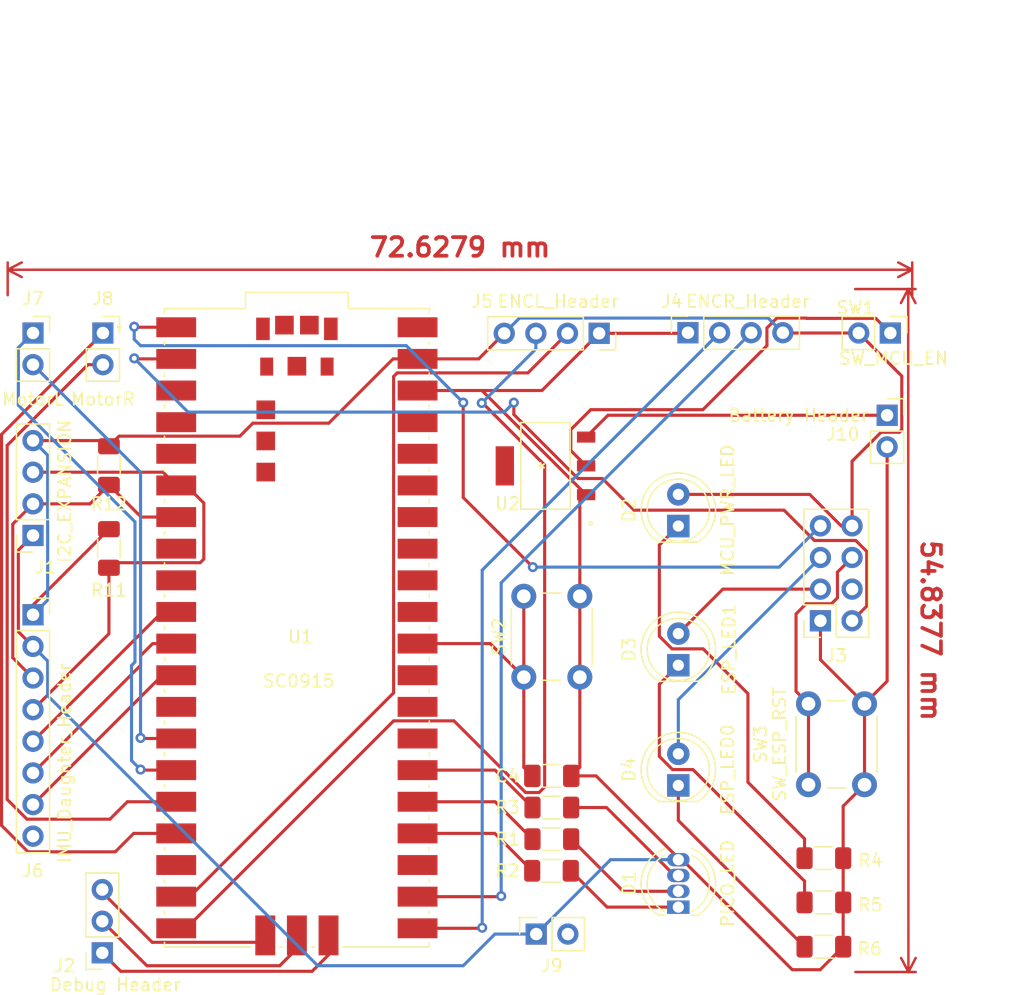
<source format=kicad_pcb>
(kicad_pcb (version 20211014) (generator pcbnew)
  (layers (0 "F.Cu" signal) (31 "B.Cu" signal) (34 "B.Paste" user) (35 "F.Paste" user) (36 "B.SilkS" user "B.Silkscreen") (37 "F.SilkS" user "F.Silkscreen") (38 "B.Mask" user) (39 "F.Mask" user) (44 "Edge.Cuts" user))
  (net 0 "")
  (net 1 "Net-(D1-Pad1)")
  (net 2 "Net-(D1-Pad2)")
  (net 3 "Net-(D2-Pad1)")
  (net 4 "ESP_3.3V")
  (net 5 "Net-(D3-Pad1)")
  (net 6 "ESP_GPIO2")
  (net 7 "Net-(D4-Pad1)")
  (net 8 "ESP_GPIO0")
  (net 9 "SCL")
  (net 10 "SDA")
  (net 11 "Net-(J2-Pad1)")
  (net 12 "Net-(J2-Pad2)")
  (net 13 "Net-(J2-Pad3)")
  (net 14 "ESP_GND")
  (net 15 "ESP_TX")
  (net 16 "ESP_EN")
  (net 17 "ESP_RST")
  (net 18 "ESP_RX")
  (net 19 "Net-(D1-Pad3)")
  (net 20 "Net-(SW1-Pad1)")
  (net 21 "Net-(C4-Pad1)")
  (net 22 "MOTORLA_SIG")
  (net 23 "MOTORLB_SIG")
  (net 24 "MOTORRA_SIG")
  (net 25 "MOTORRB_SIG")
  (net 26 "ENCRB_SIG")
  (net 27 "ENCRA_SIG")
  (net 28 "ENCLB_SIG")
  (net 29 "ENCLA_SIG")
  (net 30 "INT2")
  (net 31 "INT1")
  (net 32 "CSB")
  (net 35 "+7.5V")
  (net 36 "Net-(R1-Pad2)")
  (net 37 "Net-(R2-Pad2)")
  (net 38 "Net-(R3-Pad2)")
  (footprint "Connector_PinHeader_2.54mm:PinHeader_1x02_P2.54mm_Vertical" (layer "F.Cu") (at 199.903 62.992 -90)
    (fp_text reference "SW1" (at -2.032 2.799 -180) (layer "F.SilkS"))
    (fp_text value "SW_MCU_EN" (at 2.032 -0.249) (layer "F.SilkS"))
    (pad "1" thru_hole rect (at 0 0 270) (size 1.7 1.7) (drill 1) (layers *.Cu *.Mask) (net 20 "Net-(SW1-Pad1)"))
    (pad "2" thru_hole oval (at 0 2.54 270) (size 1.7 1.7) (drill 1) (layers *.Cu *.Mask) (net 4 "ESP_3.3V"))
  )
  (footprint "Connector_PinSocket_2.54mm:PinSocket_1x03_P2.54mm_Vertical" (layer "F.Cu") (at 136.627 112.761 180)
    (fp_text reference "J2" (at 3.023 -1.031 180) (layer "F.SilkS"))
    (fp_text value "Debug Header" (at -1.041 -2.555 180) (layer "F.SilkS"))
    (pad "1" thru_hole rect (at 0 0 180) (size 1.7 1.7) (drill 1) (layers *.Cu *.Mask) (net 11 "Net-(J2-Pad1)"))
    (pad "2" thru_hole oval (at 0 2.54 180) (size 1.7 1.7) (drill 1) (layers *.Cu *.Mask) (net 12 "Net-(J2-Pad2)"))
    (pad "3" thru_hole oval (at 0 5.08 180) (size 1.7 1.7) (drill 1) (layers *.Cu *.Mask) (net 13 "Net-(J2-Pad3)"))
  )
  (footprint "Button_Switch_THT:SW_PUSH_6mm_H4.3mm" (layer "F.Cu") (at 197.83 92.762 -90)
    (fp_text reference "SW3" (at 3.25 8.346 -90) (layer "F.SilkS"))
    (fp_text value "SW_ESP_RST" (at 3.25 6.822 90) (layer "F.SilkS"))
    (pad "1" thru_hole circle (at 0 0) (size 2 2) (drill 1.1) (layers *.Cu *.Mask) (net 14 "ESP_GND"))
    (pad "1" thru_hole circle (at 6.5 0) (size 2 2) (drill 1.1) (layers *.Cu *.Mask) (net 14 "ESP_GND"))
    (pad "2" thru_hole circle (at 0 4.5) (size 2 2) (drill 1.1) (layers *.Cu *.Mask) (net 17 "ESP_RST"))
    (pad "2" thru_hole circle (at 6.5 4.5) (size 2 2) (drill 1.1) (layers *.Cu *.Mask) (net 17 "ESP_RST"))
  )
  (footprint "Resistor_SMD:R_1206_3216Metric_Pad1.30x1.75mm_HandSolder" (layer "F.Cu") (at 137.16 80.29 90)
    (fp_text reference "R11" (at -3.35 0) (layer "F.SilkS"))
    (fp_text value "10k")
    (pad "1" smd roundrect (at -1.55 0 90) (size 1.3 1.75) (layers "F.Cu" "F.Paste" "F.Mask") (roundrect_rratio 0.192308) (net 10 "SDA"))
    (pad "2" smd roundrect (at 1.55 0 90) (size 1.3 1.75) (layers "F.Cu" "F.Paste" "F.Mask") (roundrect_rratio 0.192308) (net 4 "ESP_3.3V"))
  )
  (footprint "Regulators:SPX1117M3-L-3-3&slash_TR" (layer "F.Cu") (at 172.212 73.66 90)
    (fp_text reference "U2" (at -3.048 -3.048 180) (layer "F.SilkS"))
    (fp_text value "SPX1117M3-L-3-3" hide)
    (fp_text user "*" (at 0 0 90) (layer "F.SilkS"))
    (pad "1" smd rect (at -2.3114 3.2639 90) (size 0.889 1.4732) (layers "F.Cu" "F.Paste" "F.Mask") (net 14 "ESP_GND"))
    (pad "2" smd rect (at 0 3.2639 90) (size 0.889 1.4732) (layers "F.Cu" "F.Paste" "F.Mask") (net 20 "Net-(SW1-Pad1)"))
    (pad "3" smd rect (at 2.3114 3.2639 90) (size 0.889 1.4732) (layers "F.Cu" "F.Paste" "F.Mask") (net 35 "+7.5V"))
    (pad "4" smd rect (at 0 -3.2639 90) (size 3.1496 1.4732) (layers "F.Cu" "F.Paste" "F.Mask"))
  )
  (footprint "Connector_PinSocket_2.54mm:PinSocket_1x02_P2.54mm_Vertical" (layer "F.Cu") (at 171.47 111.252 90)
    (fp_text reference "J9" (at -2.54 1.25) (layer "F.SilkS"))
    (fp_text value "Buck Input")
    (pad "1" thru_hole rect (at 0 0 90) (size 1.7 1.7) (drill 1) (layers *.Cu *.Mask) (net 14 "ESP_GND"))
    (pad "2" thru_hole oval (at 0 2.54 90) (size 1.7 1.7) (drill 1) (layers *.Cu *.Mask))
  )
  (footprint "Connector_PinSocket_2.54mm:PinSocket_1x04_P2.54mm_Vertical" (layer "F.Cu") (at 131.064 79.248 180)
    (fp_text reference "J1" (at -1.016 -2.54) (layer "F.SilkS"))
    (fp_text value "I2C_EXPANSION" (at -2.54 3.556 90) (layer "F.SilkS"))
    (pad "1" thru_hole rect (at 0 0 180) (size 1.7 1.7) (drill 1) (layers *.Cu *.Mask) (net 14 "ESP_GND"))
    (pad "2" thru_hole oval (at 0 2.54 180) (size 1.7 1.7) (drill 1) (layers *.Cu *.Mask) (net 9 "SCL"))
    (pad "3" thru_hole oval (at 0 5.08 180) (size 1.7 1.7) (drill 1) (layers *.Cu *.Mask) (net 10 "SDA"))
    (pad "4" thru_hole oval (at 0 7.62 180) (size 1.7 1.7) (drill 1) (layers *.Cu *.Mask) (net 4 "ESP_3.3V"))
  )
  (footprint "Resistor_SMD:R_1206_3216Metric_Pad1.30x1.75mm_HandSolder" (layer "F.Cu") (at 194.564 108.712 180)
    (fp_text reference "R5" (at -3.75 -0.2) (layer "F.SilkS"))
    (fp_text value "330")
    (pad "1" smd roundrect (at -1.55 0 180) (size 1.3 1.75) (layers "F.Cu" "F.Paste" "F.Mask") (roundrect_rratio 0.192308) (net 14 "ESP_GND"))
    (pad "2" smd roundrect (at 1.55 0 180) (size 1.3 1.75) (layers "F.Cu" "F.Paste" "F.Mask") (roundrect_rratio 0.192308) (net 5 "Net-(D3-Pad1)"))
  )
  (footprint "Resistor_SMD:R_1206_3216Metric_Pad1.30x1.75mm_HandSolder" (layer "F.Cu") (at 172.72 101.092 180)
    (fp_text reference "R3" (at 3.556 0) (layer "F.SilkS"))
    (fp_text value "330")
    (pad "1" smd roundrect (at -1.55 0 180) (size 1.3 1.75) (layers "F.Cu" "F.Paste" "F.Mask") (roundrect_rratio 0.192308) (net 19 "Net-(D1-Pad3)"))
    (pad "2" smd roundrect (at 1.55 0 180) (size 1.3 1.75) (layers "F.Cu" "F.Paste" "F.Mask") (roundrect_rratio 0.192308) (net 38 "Net-(R3-Pad2)"))
  )
  (footprint "Connector_PinSocket_2.54mm:PinSocket_1x04_P2.54mm_Vertical" (layer "F.Cu") (at 176.52 63.017 -90)
    (fp_text reference "J5" (at -2.565 9.388) (layer "F.SilkS"))
    (fp_text value "ENCL_Header" (at -2.565 3.292) (layer "F.SilkS"))
    (pad "1" thru_hole rect (at 0 0 270) (size 1.7 1.7) (drill 1) (layers *.Cu *.Mask) (net 14 "ESP_GND"))
    (pad "2" thru_hole oval (at 0 2.54 270) (size 1.7 1.7) (drill 1) (layers *.Cu *.Mask) (net 29 "ENCLA_SIG"))
    (pad "3" thru_hole oval (at 0 5.08 270) (size 1.7 1.7) (drill 1) (layers *.Cu *.Mask) (net 28 "ENCLB_SIG"))
    (pad "4" thru_hole oval (at 0 7.62 270) (size 1.7 1.7) (drill 1) (layers *.Cu *.Mask) (net 4 "ESP_3.3V"))
  )
  (footprint "Connector_PinSocket_2.54mm:PinSocket_1x02_P2.54mm_Vertical" (layer "F.Cu") (at 131.064 62.992)
    (fp_text reference "J7" (at 0 -2.77) (layer "F.SilkS"))
    (fp_text value "MotorL" (at 0 5.31) (layer "F.SilkS"))
    (pad "1" thru_hole rect (at 0 0) (size 1.7 1.7) (drill 1) (layers *.Cu *.Mask) (net 23 "MOTORLB_SIG"))
    (pad "2" thru_hole oval (at 0 2.54) (size 1.7 1.7) (drill 1) (layers *.Cu *.Mask) (net 22 "MOTORLA_SIG"))
  )
  (footprint "Resistor_SMD:R_1206_3216Metric_Pad1.30x1.75mm_HandSolder" (layer "F.Cu") (at 172.694 106.172 180)
    (fp_text reference "R2" (at 3.53 0) (layer "F.SilkS"))
    (fp_text value "330")
    (pad "1" smd roundrect (at -1.55 0 180) (size 1.3 1.75) (layers "F.Cu" "F.Paste" "F.Mask") (roundrect_rratio 0.192308) (net 1 "Net-(D1-Pad1)"))
    (pad "2" smd roundrect (at 1.55 0 180) (size 1.3 1.75) (layers "F.Cu" "F.Paste" "F.Mask") (roundrect_rratio 0.192308) (net 37 "Net-(R2-Pad2)"))
  )
  (footprint "Connector_PinSocket_2.54mm:PinSocket_1x02_P2.54mm_Vertical" (layer "F.Cu") (at 136.677 62.992)
    (fp_text reference "J8" (at 0 -2.77) (layer "F.SilkS"))
    (fp_text value "MotorR" (at 0 5.31) (layer "F.SilkS"))
    (pad "1" thru_hole rect (at 0 0) (size 1.7 1.7) (drill 1) (layers *.Cu *.Mask) (net 25 "MOTORRB_SIG"))
    (pad "2" thru_hole oval (at 0 2.54) (size 1.7 1.7) (drill 1) (layers *.Cu *.Mask) (net 24 "MOTORRA_SIG"))
  )
  (footprint "Connector_PinSocket_2.54mm:PinSocket_1x08_P2.54mm_Vertical" (layer "F.Cu") (at 131.064 85.613)
    (fp_text reference "J6" (at 0 20.559) (layer "F.SilkS"))
    (fp_text value "IMU_Daughter_Header" (at 2.54 11.923 90) (layer "F.SilkS"))
    (pad "1" thru_hole rect (at 0 0) (size 1.7 1.7) (drill 1) (layers *.Cu *.Mask) (net 4 "ESP_3.3V"))
    (pad "2" thru_hole oval (at 0 2.54) (size 1.7 1.7) (drill 1) (layers *.Cu *.Mask) (net 14 "ESP_GND"))
    (pad "3" thru_hole oval (at 0 5.08) (size 1.7 1.7) (drill 1) (layers *.Cu *.Mask) (net 9 "SCL"))
    (pad "4" thru_hole oval (at 0 7.62) (size 1.7 1.7) (drill 1) (layers *.Cu *.Mask) (net 10 "SDA"))
    (pad "5" thru_hole oval (at 0 10.16) (size 1.7 1.7) (drill 1) (layers *.Cu *.Mask) (net 32 "CSB"))
    (pad "6" thru_hole oval (at 0 12.7) (size 1.7 1.7) (drill 1) (layers *.Cu *.Mask) (net 31 "INT1"))
    (pad "7" thru_hole oval (at 0 15.24) (size 1.7 1.7) (drill 1) (layers *.Cu *.Mask) (net 30 "INT2"))
    (pad "8" thru_hole oval (at 0 17.78) (size 1.7 1.7) (drill 1) (layers *.Cu *.Mask))
  )
  (footprint "Resistor_SMD:R_1206_3216Metric_Pad1.30x1.75mm_HandSolder" (layer "F.Cu") (at 172.72 103.632 180)
    (fp_text reference "R1" (at 3.556 0) (layer "F.SilkS"))
    (fp_text value "330")
    (pad "1" smd roundrect (at -1.55 0 180) (size 1.3 1.75) (layers "F.Cu" "F.Paste" "F.Mask") (roundrect_rratio 0.192308) (net 2 "Net-(D1-Pad2)"))
    (pad "2" smd roundrect (at 1.55 0 180) (size 1.3 1.75) (layers "F.Cu" "F.Paste" "F.Mask") (roundrect_rratio 0.192308) (net 36 "Net-(R1-Pad2)"))
  )
  (footprint "LED_THT:LED_D5.0mm" (layer "F.Cu") (at 182.88 99.319 90)
    (fp_text reference "D4" (at 1.27 -3.96 90) (layer "F.SilkS"))
    (fp_text value "ESP_LED0" (at 1.27 3.96 90) (layer "F.SilkS"))
    (pad "1" thru_hole rect (at 0 0 90) (size 1.8 1.8) (drill 0.9) (layers *.Cu *.Mask) (net 7 "Net-(D4-Pad1)"))
    (pad "2" thru_hole circle (at 2.54 0 90) (size 1.8 1.8) (drill 0.9) (layers *.Cu *.Mask) (net 8 "ESP_GPIO0"))
  )
  (footprint "Connector_PinSocket_2.54mm:PinSocket_1x02_P2.54mm_Vertical" (layer "F.Cu") (at 199.644 69.596)
    (fp_text reference "J10" (at -3.556 1.524 180) (layer "F.SilkS"))
    (fp_text value "Battery Header" (at -7.112 0 180) (layer "F.SilkS"))
    (pad "1" thru_hole rect (at 0 0) (size 1.7 1.7) (drill 1) (layers *.Cu *.Mask) (net 35 "+7.5V"))
    (pad "2" thru_hole oval (at 0 2.54) (size 1.7 1.7) (drill 1) (layers *.Cu *.Mask) (net 14 "ESP_GND"))
  )
  (footprint "Connector_PinSocket_2.54mm:PinSocket_1x04_P2.54mm_Vertical" (layer "F.Cu") (at 183.652 62.967 90)
    (fp_text reference "J4" (at 2.515 -1.28 180) (layer "F.SilkS"))
    (fp_text value "ENCR_Header" (at 2.515 4.816) (layer "F.SilkS"))
    (pad "1" thru_hole rect (at 0 0 90) (size 1.7 1.7) (drill 1) (layers *.Cu *.Mask) (net 14 "ESP_GND"))
    (pad "2" thru_hole oval (at 0 2.54 90) (size 1.7 1.7) (drill 1) (layers *.Cu *.Mask) (net 27 "ENCRA_SIG"))
    (pad "3" thru_hole oval (at 0 5.08 90) (size 1.7 1.7) (drill 1) (layers *.Cu *.Mask) (net 26 "ENCRB_SIG"))
    (pad "4" thru_hole oval (at 0 7.62 90) (size 1.7 1.7) (drill 1) (layers *.Cu *.Mask) (net 4 "ESP_3.3V"))
  )
  (footprint "MCUs:SC0915" (layer "F.Cu") (at 152.25262 86.65843)
    (fp_text reference "U1" (at 0.28738 0.73357) (layer "F.SilkS"))
    (fp_text value "SC0915" (at 0.14738 4.27357) (layer "F.SilkS"))
    (pad "1" smd rect locked (at -9.6901 -24.13) (size 3.2004 1.6002) (layers "F.Cu" "F.Paste" "F.Mask") (net 18 "ESP_RX"))
    (pad "2" smd rect locked (at -9.6901 -21.59) (size 3.2004 1.6002) (layers "F.Cu" "F.Paste" "F.Mask") (net 15 "ESP_TX"))
    (pad "3" smd rect locked (at -9.6901 -19.05) (size 3.2004 1.6002) (layers "F.Cu" "F.Paste" "F.Mask"))
    (pad "4" smd rect locked (at -9.6901 -16.51) (size 3.2004 1.6002) (layers "F.Cu" "F.Paste" "F.Mask"))
    (pad "5" smd rect locked (at -9.6901 -13.97) (size 3.2004 1.6002) (layers "F.Cu" "F.Paste" "F.Mask"))
    (pad "6" smd rect locked (at -9.6901 -11.43) (size 3.2004 1.6002) (layers "F.Cu" "F.Paste" "F.Mask") (net 10 "SDA"))
    (pad "7" smd rect locked (at -9.6901 -8.89) (size 3.2004 1.6002) (layers "F.Cu" "F.Paste" "F.Mask") (net 9 "SCL"))
    (pad "8" smd rect locked (at -9.6901 -6.35) (size 3.2004 1.6002) (layers "F.Cu" "F.Paste" "F.Mask"))
    (pad "9" smd rect locked (at -9.6901 -3.81) (size 3.2004 1.6002) (layers "F.Cu" "F.Paste" "F.Mask"))
    (pad "10" smd rect locked (at -9.6901 -1.27) (size 3.2004 1.6002) (layers "F.Cu" "F.Paste" "F.Mask") (net 32 "CSB"))
    (pad "11" smd rect locked (at -9.6901 1.27) (size 3.2004 1.6002) (layers "F.Cu" "F.Paste" "F.Mask") (net 31 "INT1"))
    (pad "12" smd rect locked (at -9.6901 3.81) (size 3.2004 1.6002) (layers "F.Cu" "F.Paste" "F.Mask") (net 30 "INT2"))
    (pad "13" smd rect locked (at -9.6901 6.35) (size 3.2004 1.6002) (layers "F.Cu" "F.Paste" "F.Mask"))
    (pad "14" smd rect locked (at -9.6901 8.89) (size 3.2004 1.6002) (layers "F.Cu" "F.Paste" "F.Mask") (net 22 "MOTORLA_SIG"))
    (pad "15" smd rect locked (at -9.6901 11.43) (size 3.2004 1.6002) (layers "F.Cu" "F.Paste" "F.Mask") (net 23 "MOTORLB_SIG"))
    (pad "16" smd rect locked (at -9.6901 13.97) (size 3.2004 1.6002) (layers "F.Cu" "F.Paste" "F.Mask") (net 24 "MOTORRA_SIG"))
    (pad "17" smd rect locked (at -9.6901 16.51) (size 3.2004 1.6002) (layers "F.Cu" "F.Paste" "F.Mask") (net 25 "MOTORRB_SIG"))
    (pad "18" smd rect locked (at -9.6901 19.05) (size 3.2004 1.6002) (layers "F.Cu" "F.Paste" "F.Mask"))
    (pad "19" smd rect locked (at -9.6901 21.59) (size 3.2004 1.6002) (layers "F.Cu" "F.Paste" "F.Mask") (net 29 "ENCLA_SIG"))
    (pad "20" smd rect locked (at -9.6901 24.13) (size 3.2004 1.6002) (layers "F.Cu" "F.Paste" "F.Mask") (net 28 "ENCLB_SIG"))
    (pad "21" smd rect locked (at 9.6901 24.13) (size 3.2004 1.6002) (layers "F.Cu" "F.Paste" "F.Mask") (net 27 "ENCRA_SIG"))
    (pad "22" smd rect locked (at 9.6901 21.59) (size 3.2004 1.6002) (layers "F.Cu" "F.Paste" "F.Mask") (net 26 "ENCRB_SIG"))
    (pad "23" smd rect locked (at 9.6901 19.05) (size 3.2004 1.6002) (layers "F.Cu" "F.Paste" "F.Mask"))
    (pad "24" smd rect locked (at 9.6901 16.51) (size 3.2004 1.6002) (layers "F.Cu" "F.Paste" "F.Mask") (net 37 "Net-(R2-Pad2)"))
    (pad "25" smd rect locked (at 9.6901 13.97) (size 3.2004 1.6002) (layers "F.Cu" "F.Paste" "F.Mask") (net 36 "Net-(R1-Pad2)"))
    (pad "26" smd rect locked (at 9.6901 11.43) (size 3.2004 1.6002) (layers "F.Cu" "F.Paste" "F.Mask") (net 38 "Net-(R3-Pad2)"))
    (pad "27" smd rect locked (at 9.6901 8.89) (size 3.2004 1.6002) (layers "F.Cu" "F.Paste" "F.Mask"))
    (pad "28" smd rect locked (at 9.6901 6.35) (size 3.2004 1.6002) (layers "F.Cu" "F.Paste" "F.Mask"))
    (pad "29" smd rect locked (at 9.6901 3.81) (size 3.2004 1.6002) (layers "F.Cu" "F.Paste" "F.Mask"))
    (pad "30" smd rect locked (at 9.6901 1.27) (size 3.2004 1.6002) (layers "F.Cu" "F.Paste" "F.Mask") (net 21 "Net-(C4-Pad1)"))
    (pad "31" smd rect locked (at 9.6901 -1.27) (size 3.2004 1.6002) (layers "F.Cu" "F.Paste" "F.Mask"))
    (pad "32" smd rect locked (at 9.6901 -3.81) (size 3.2004 1.6002) (layers "F.Cu" "F.Paste" "F.Mask"))
    (pad "33" smd rect locked (at 9.6901 -6.35) (size 3.2004 1.6002) (layers "F.Cu" "F.Paste" "F.Mask"))
    (pad "34" smd rect locked (at 9.6901 -8.89) (size 3.2004 1.6002) (layers "F.Cu" "F.Paste" "F.Mask"))
    (pad "35" smd rect locked (at 9.6901 -11.43) (size 3.2004 1.6002) (layers "F.Cu" "F.Paste" "F.Mask"))
    (pad "36" smd rect locked (at 9.6901 -13.97) (size 3.2004 1.6002) (layers "F.Cu" "F.Paste" "F.Mask"))
    (pad "37" smd rect locked (at 9.6901 -16.51) (size 3.2004 1.6002) (layers "F.Cu" "F.Paste" "F.Mask"))
    (pad "38" smd rect locked (at 9.6901 -19.05) (size 3.2004 1.6002) (layers "F.Cu" "F.Paste" "F.Mask") (net 14 "ESP_GND"))
    (pad "39" smd rect locked (at 9.6901 -21.59) (size 3.2004 1.6002) (layers "F.Cu" "F.Paste" "F.Mask") (net 4 "ESP_3.3V"))
    (pad "40" smd rect locked (at 9.6901 -24.13) (size 3.2004 1.6002) (layers "F.Cu" "F.Paste" "F.Mask"))
    (pad "A" smd rect locked (at -2.72542 -24.00046) (size 1.0922 1.8034) (layers "F.Cu" "F.Paste" "F.Mask"))
    (pad "B" smd rect locked (at 2.72542 -24.00046) (size 1.0922 1.8034) (layers "F.Cu" "F.Paste" "F.Mask"))
    (pad "C" smd rect locked (at -2.4257 -20.97024) (size 1.0414 1.4478) (layers "F.Cu" "F.Paste" "F.Mask"))
    (pad "D" smd rect locked (at 2.4257 -20.97024) (size 1.0414 1.4478) (layers "F.Cu" "F.Paste" "F.Mask"))
    (pad "D1" smd rect locked (at -2.54 24.69896 90) (size 3.2004 1.6002) (layers "F.Cu" "F.Paste" "F.Mask") (net 13 "Net-(J2-Pad3)"))
    (pad "D2" smd rect locked (at 0 24.69896 90) (size 3.2004 1.6002) (layers "F.Cu" "F.Paste" "F.Mask") (net 12 "Net-(J2-Pad2)"))
    (pad "D3" smd rect locked (at 2.54 24.69896 90) (size 3.2004 1.6002) (layers "F.Cu" "F.Paste" "F.Mask") (net 11 "Net-(J2-Pad1)"))
    (pad "TP1" smd rect locked (at 0 -21.00072) (size 1.4986 1.4986) (layers "F.Cu" "F.Paste" "F.Mask"))
    (pad "TP2" smd rect locked (at 1.00076 -24.30018) (size 1.4986 1.4986) (layers "F.Cu" "F.Paste" "F.Mask"))
    (pad "TP3" smd rect locked (at -1.00076 -24.30018) (size 1.4986 1.4986) (layers "F.Cu" "F.Paste" "F.Mask"))
    (pad "TP4" smd rect locked (at -2.49936 -17.5006) (size 1.4986 1.4986) (layers "F.Cu" "F.Paste" "F.Mask"))
    (pad "TP5" smd rect locked (at -2.49936 -15.00124) (size 1.4986 1.4986) (layers "F.Cu" "F.Paste" "F.Mask"))
    (pad "TP6" smd rect locked (at -2.49936 -12.50188) (size 1.4986 1.4986) (layers "F.Cu" "F.Paste" "F.Mask"))
  )
  (footprint "Resistor_SMD:R_1206_3216Metric_Pad1.30x1.75mm_HandSolder" (layer "F.Cu") (at 194.564 112.268 180)
    (fp_text reference "R6" (at -3.68 -0.16) (layer "F.SilkS"))
    (fp_text value "330")
    (pad "1" smd roundrect (at -1.55 0 180) (size 1.3 1.75) (layers "F.Cu" "F.Paste" "F.Mask") (roundrect_rratio 0.192308) (net 14 "ESP_GND"))
    (pad "2" smd roundrect (at 1.55 0 180) (size 1.3 1.75) (layers "F.Cu" "F.Paste" "F.Mask") (roundrect_rratio 0.192308) (net 7 "Net-(D4-Pad1)"))
  )
  (footprint "Resistor_SMD:R_1206_3216Metric_Pad1.30x1.75mm_HandSolder" (layer "F.Cu") (at 194.564 105.156 180)
    (fp_text reference "R4" (at -3.75 -0.2) (layer "F.SilkS"))
    (fp_text value "330")
    (pad "1" smd roundrect (at -1.55 0 180) (size 1.3 1.75) (layers "F.Cu" "F.Paste" "F.Mask") (roundrect_rratio 0.192308) (net 14 "ESP_GND"))
    (pad "2" smd roundrect (at 1.55 0 180) (size 1.3 1.75) (layers "F.Cu" "F.Paste" "F.Mask") (roundrect_rratio 0.192308) (net 3 "Net-(D2-Pad1)"))
  )
  (footprint "Connector_PinSocket_2.54mm:PinSocket_2x04_P2.54mm_Vertical" (layer "F.Cu") (at 194.29 86.096 180)
    (fp_text reference "J3" (at -1.29 -2.804) (layer "F.SilkS"))
    (fp_text value "ESP_Header" hide)
    (pad "1" thru_hole rect (at 0 0 180) (size 1.7 1.7) (drill 1) (layers *.Cu *.Mask) (net 14 "ESP_GND"))
    (pad "2" thru_hole oval (at -2.54 0 180) (size 1.7 1.7) (drill 1) (layers *.Cu *.Mask) (net 15 "ESP_TX"))
    (pad "3" thru_hole oval (at 0 2.54 180) (size 1.7 1.7) (drill 1) (layers *.Cu *.Mask) (net 6 "ESP_GPIO2"))
    (pad "4" thru_hole oval (at -2.54 2.54 180) (size 1.7 1.7) (drill 1) (layers *.Cu *.Mask) (net 16 "ESP_EN"))
    (pad "5" thru_hole oval (at 0 5.08 180) (size 1.7 1.7) (drill 1) (layers *.Cu *.Mask) (net 8 "ESP_GPIO0"))
    (pad "6" thru_hole oval (at -2.54 5.08 180) (size 1.7 1.7) (drill 1) (layers *.Cu *.Mask) (net 17 "ESP_RST"))
    (pad "7" thru_hole oval (at 0 7.62 180) (size 1.7 1.7) (drill 1) (layers *.Cu *.Mask) (net 18 "ESP_RX"))
    (pad "8" thru_hole oval (at -2.54 7.62 180) (size 1.7 1.7) (drill 1) (layers *.Cu *.Mask) (net 4 "ESP_3.3V"))
  )
  (footprint "LED_THT:LED_D5.0mm-4_RGB" (layer "F.Cu") (at 182.88 109.088 90)
    (fp_text reference "D1" (at 1.905 -3.96 90) (layer "F.SilkS"))
    (fp_text value "PICO_LED" (at 1.905 3.96 90) (layer "F.SilkS"))
    (pad "1" thru_hole rect (at 0 0 90) (size 1.07 1.8) (drill 0.9) (layers *.Cu *.Mask) (net 1 "Net-(D1-Pad1)"))
    (pad "2" thru_hole oval (at 1.27 0 90) (size 1.07 1.8) (drill 0.9) (layers *.Cu *.Mask) (net 2 "Net-(D1-Pad2)"))
    (pad "3" thru_hole oval (at 2.54 0 90) (size 1.07 1.8) (drill 0.9) (layers *.Cu *.Mask) (net 19 "Net-(D1-Pad3)"))
    (pad "4" thru_hole oval (at 3.81 0 90) (size 1.07 1.8) (drill 0.9) (layers *.Cu *.Mask) (net 14 "ESP_GND"))
  )
  (footprint "Resistor_SMD:R_1206_3216Metric_Pad1.30x1.75mm_HandSolder" (layer "F.Cu") (at 137.16 73.634 90)
    (fp_text reference "R12" (at -3.074 0) (layer "F.SilkS"))
    (fp_text value "10k")
    (pad "1" smd roundrect (at -1.55 0 90) (size 1.3 1.75) (layers "F.Cu" "F.Paste" "F.Mask") (roundrect_rratio 0.192308) (net 9 "SCL"))
    (pad "2" smd roundrect (at 1.55 0 90) (size 1.3 1.75) (layers "F.Cu" "F.Paste" "F.Mask") (roundrect_rratio 0.192308) (net 4 "ESP_3.3V"))
  )
  (footprint "Button_Switch_THT:SW_PUSH_6mm_H4.3mm" (layer "F.Cu") (at 170.47 90.626 90)
    (fp_text reference "SW2" (at 3.25 -2 90) (layer "F.SilkS"))
    (fp_text value "SW_PICO_RST")
    (pad "1" thru_hole circle (at 0 0 180) (size 2 2) (drill 1.1) (layers *.Cu *.Mask) (net 21 "Net-(C4-Pad1)"))
    (pad "1" thru_hole circle (at 6.5 0 180) (size 2 2) (drill 1.1) (layers *.Cu *.Mask) (net 21 "Net-(C4-Pad1)"))
    (pad "2" thru_hole circle (at 0 4.5 180) (size 2 2) (drill 1.1) (layers *.Cu *.Mask) (net 14 "ESP_GND"))
    (pad "2" thru_hole circle (at 6.5 4.5 180) (size 2 2) (drill 1.1) (layers *.Cu *.Mask) (net 14 "ESP_GND"))
  )
  (footprint "LED_THT:LED_D5.0mm" (layer "F.Cu") (at 182.88 78.491 90)
    (fp_text reference "D2" (at 1.27 -3.96 90) (layer "F.SilkS"))
    (fp_text value "MCU_PWR_LED" (at 1.27 3.96 90) (layer "F.SilkS"))
    (pad "1" thru_hole rect (at 0 0 90) (size 1.8 1.8) (drill 0.9) (layers *.Cu *.Mask) (net 3 "Net-(D2-Pad1)"))
    (pad "2" thru_hole circle (at 2.54 0 90) (size 1.8 1.8) (drill 0.9) (layers *.Cu *.Mask) (net 4 "ESP_3.3V"))
  )
  (footprint "LED_THT:LED_D5.0mm" (layer "F.Cu") (at 182.88 89.667 90)
    (fp_text reference "D3" (at 1.27 -3.96 90) (layer "F.SilkS"))
    (fp_text value "ESP_LED1" (at 1.275 4.064 90) (layer "F.SilkS"))
    (pad "1" thru_hole rect (at 0 0 90) (size 1.8 1.8) (drill 0.9) (layers *.Cu *.Mask) (net 5 "Net-(D3-Pad1)"))
    (pad "2" thru_hole circle (at 2.54 0 90) (size 1.8 1.8) (drill 0.9) (layers *.Cu *.Mask) (net 6 "ESP_GPIO2"))
  )
  (footprint "Capacitor_SMD:C_1206_3216Metric_Pad1.33x1.80mm_HandSolder" (layer "F.Cu") (at 172.72 98.552)
    (fp_text reference "C4" (at -3.556 0) (layer "F.SilkS"))
    (fp_text value "1uF")
    (pad "1" smd roundrect (at -1.5625 0) (size 1.325 1.8) (layers "F.Cu" "F.Paste" "F.Mask") (roundrect_rratio 0.188679) (net 21 "Net-(C4-Pad1)"))
    (pad "2" smd roundrect (at 1.5625 0) (size 1.325 1.8) (layers "F.Cu" "F.Paste" "F.Mask") (roundrect_rratio 0.188679) (net 14 "ESP_GND"))
  )
  (dimension (type aligned) (layer "F.Cu") (pts (xy 196.579992 59.462345) (xy 196.596 114.3)) (height -4.75608) (gr_text "54.8377 mm" (at 203.144076 86.879259 270.0167256) (layer "F.Cu") (effects (font (size 1.5 1.5) (thickness 0.3)))) (format (units 3) (units_format 1) (precision 4)) (style (thickness 0.2) (arrow_length 1.27) (text_position_mode 0) (extension_height 0.58642) (extension_offset 0.5) keep_text_aligned))
  (dimension (type aligned) (layer "F.Cu") (pts (xy 129.032 60.452) (xy 201.659924 60.451949)) (height -2.54) (gr_text "72.6279 mm" (at 165.345959 56.111975 3.944473169e-05) (layer "F.Cu") (effects (font (size 1.5 1.5) (thickness 0.3)))) (format (units 3) (units_format 1) (precision 4)) (style (thickness 0.2) (arrow_length 1.27) (text_position_mode 0) (extension_height 0.58642) (extension_offset 0.5) keep_text_aligned))
  (segment (start 177.16 109.088) (end 182.88 109.088) (width 0.25) (layer "F.Cu") (net 1))
  (segment (start 174.244 106.172) (end 177.16 109.088) (width 0.25) (layer "F.Cu") (net 1))
  (segment (start 178.456 107.818) (end 174.27 103.632) (width 0.25) (layer "F.Cu") (net 2))
  (segment (start 182.88 107.818) (end 178.456 107.818) (width 0.25) (layer "F.Cu") (net 2))
  (segment (start 188.468 91.948) (end 184.872 88.352) (width 0.25) (layer "F.Cu") (net 3))
  (segment (start 188.468 99.06) (end 188.468 91.948) (width 0.25) (layer "F.Cu") (net 3))
  (segment (start 193.014 105.156) (end 193.014 103.606) (width 0.25) (layer "F.Cu") (net 3))
  (segment (start 182.372588 88.352) (end 181.356 87.335412) (width 0.25) (layer "F.Cu") (net 3))
  (segment (start 181.356 87.335412) (end 181.356 80.015) (width 0.25) (layer "F.Cu") (net 3))
  (segment (start 184.872 88.352) (end 182.372588 88.352) (width 0.25) (layer "F.Cu") (net 3))
  (segment (start 181.356 80.015) (end 182.88 78.491) (width 0.25) (layer "F.Cu") (net 3))
  (segment (start 193.014 103.606) (end 188.468 99.06) (width 0.25) (layer "F.Cu") (net 3))
  (segment (start 147.67447 71.27353) (end 148.71587 70.23213) (width 0.25) (layer "F.Cu") (net 4))
  (segment (start 196.83 73.288299) (end 199.157299 70.961) (width 0.25) (layer "F.Cu") (net 4))
  (segment (start 196.83 78.476) (end 196.83 73.288299) (width 0.25) (layer "F.Cu") (net 4))
  (segment (start 136.704 71.628) (end 137.16 72.084) (width 0.25) (layer "F.Cu") (net 4))
  (segment (start 159.97557 65.06843) (end 161.94272 65.06843) (width 0.25) (layer "F.Cu") (net 4))
  (segment (start 137.16 72.084) (end 137.97047 71.27353) (width 0.25) (layer "F.Cu") (net 4))
  (segment (start 154.81187 70.23213) (end 159.97557 65.06843) (width 0.25) (layer "F.Cu") (net 4))
  (segment (start 195.951701 78.476) (end 193.426701 75.951) (width 0.25) (layer "F.Cu") (net 4))
  (segment (start 197.363 62.992) (end 191.297 62.992) (width 0.25) (layer "F.Cu") (net 4))
  (segment (start 196.83 78.476) (end 195.951701 78.476) (width 0.25) (layer "F.Cu") (net 4))
  (segment (start 193.426701 75.951) (end 182.88 75.951) (width 0.25) (layer "F.Cu") (net 4))
  (segment (start 166.84857 65.06843) (end 161.94272 65.06843) (width 0.25) (layer "F.Cu") (net 4))
  (segment (start 200.819 70.771) (end 200.819 66.448) (width 0.25) (layer "F.Cu") (net 4))
  (segment (start 199.157299 70.961) (end 200.629 70.961) (width 0.25) (layer "F.Cu") (net 4))
  (segment (start 131.064 71.628) (end 136.704 71.628) (width 0.25) (layer "F.Cu") (net 4))
  (segment (start 168.9 63.017) (end 166.84857 65.06843) (width 0.25) (layer "F.Cu") (net 4))
  (segment (start 200.819 66.448) (end 197.363 62.992) (width 0.25) (layer "F.Cu") (net 4))
  (segment (start 137.97047 71.27353) (end 147.67447 71.27353) (width 0.25) (layer "F.Cu") (net 4))
  (segment (start 200.629 70.961) (end 200.819 70.771) (width 0.25) (layer "F.Cu") (net 4))
  (segment (start 191.297 62.992) (end 191.272 62.967) (width 0.25) (layer "F.Cu") (net 4))
  (segment (start 131.064 84.836) (end 137.16 78.74) (width 0.25) (layer "F.Cu") (net 4))
  (segment (start 131.064 85.613) (end 131.064 84.836) (width 0.25) (layer "F.Cu") (net 4))
  (segment (start 148.71587 70.23213) (end 154.81187 70.23213) (width 0.25) (layer "F.Cu") (net 4))
  (segment (start 132.239 72.803) (end 132.239 84.438) (width 0.25) (layer "B.Cu") (net 4))
  (segment (start 191.272 62.967) (end 190.097 61.792) (width 0.25) (layer "B.Cu") (net 4))
  (segment (start 131.064 71.628) (end 132.239 72.803) (width 0.25) (layer "B.Cu") (net 4))
  (segment (start 170.125 61.792) (end 168.9 63.017) (width 0.25) (layer "B.Cu") (net 4))
  (segment (start 132.239 84.438) (end 131.064 85.613) (width 0.25) (layer "B.Cu") (net 4))
  (segment (start 190.097 61.792) (end 170.125 61.792) (width 0.25) (layer "B.Cu") (net 4))
  (segment (start 184.055 98.044) (end 182.412588 98.044) (width 0.25) (layer "F.Cu") (net 5))
  (segment (start 193.014 108.712) (end 193.014 107.003) (width 0.25) (layer "F.Cu") (net 5))
  (segment (start 182.412588 98.044) (end 181.356 96.987412) (width 0.25) (layer "F.Cu") (net 5))
  (segment (start 193.014 107.003) (end 184.055 98.044) (width 0.25) (layer "F.Cu") (net 5))
  (segment (start 181.356 96.987412) (end 181.356 91.191) (width 0.25) (layer "F.Cu") (net 5))
  (segment (start 181.356 91.191) (end 182.88 89.667) (width 0.25) (layer "F.Cu") (net 5))
  (segment (start 186.451 83.556) (end 182.88 87.127) (width 0.25) (layer "F.Cu") (net 6))
  (segment (start 194.29 83.556) (end 186.451 83.556) (width 0.25) (layer "F.Cu") (net 6))
  (segment (start 193.014 112.268) (end 182.88 102.134) (width 0.25) (layer "F.Cu") (net 7))
  (segment (start 182.88 102.134) (end 182.88 99.319) (width 0.25) (layer "F.Cu") (net 7))
  (segment (start 182.88 96.779) (end 182.88 92.426) (width 0.25) (layer "B.Cu") (net 8))
  (segment (start 182.88 92.426) (end 194.29 81.016) (width 0.25) (layer "B.Cu") (net 8))
  (segment (start 131.064 90.693) (end 129.439 89.068) (width 0.25) (layer "F.Cu") (net 9))
  (segment (start 131.064 76.708) (end 135.636 76.708) (width 0.25) (layer "F.Cu") (net 9))
  (segment (start 137.16 75.184) (end 139.74443 77.76843) (width 0.25) (layer "F.Cu") (net 9))
  (segment (start 139.74443 77.76843) (end 142.56252 77.76843) (width 0.25) (layer "F.Cu") (net 9))
  (segment (start 135.636 76.708) (end 137.16 75.184) (width 0.25) (layer "F.Cu") (net 9))
  (segment (start 129.439 78.333) (end 131.064 76.708) (width 0.25) (layer "F.Cu") (net 9))
  (segment (start 129.439 89.068) (end 129.439 78.333) (width 0.25) (layer "F.Cu") (net 9))
  (segment (start 137.56647 81.43353) (end 144.48772 81.43353) (width 0.25) (layer "F.Cu") (net 10))
  (segment (start 141.50209 74.168) (end 142.56252 75.22843) (width 0.25) (layer "F.Cu") (net 10))
  (segment (start 137.16 87.137) (end 137.16 81.84) (width 0.25) (layer "F.Cu") (net 10))
  (segment (start 144.78 81.14125) (end 144.78 76.64581) (width 0.25) (layer "F.Cu") (net 10))
  (segment (start 144.78 76.64581) (end 143.36262 75.22843) (width 0.25) (layer "F.Cu") (net 10))
  (segment (start 131.064 93.233) (end 137.16 87.137) (width 0.25) (layer "F.Cu") (net 10))
  (segment (start 131.064 74.168) (end 141.50209 74.168) (width 0.25) (layer "F.Cu") (net 10))
  (segment (start 144.48772 81.43353) (end 144.78 81.14125) (width 0.25) (layer "F.Cu") (net 10))
  (segment (start 143.36262 75.22843) (end 142.56252 75.22843) (width 0.25) (layer "F.Cu") (net 10))
  (segment (start 137.16 81.84) (end 137.56647 81.43353) (width 0.25) (layer "F.Cu") (net 10))
  (segment (start 153.474 114.242) (end 154.79262 112.92338) (width 0.25) (layer "F.Cu") (net 11))
  (segment (start 136.627 112.761) (end 138.108 114.242) (width 0.25) (layer "F.Cu") (net 11))
  (segment (start 154.79262 112.92338) (end 154.79262 111.35739) (width 0.25) (layer "F.Cu") (net 11))
  (segment (start 138.108 114.242) (end 153.474 114.242) (width 0.25) (layer "F.Cu") (net 11))
  (segment (start 139.69859 113.28259) (end 140.208 113.792) (width 0.25) (layer "F.Cu") (net 12))
  (segment (start 150.876 113.792) (end 151.892 112.776) (width 0.25) (layer "F.Cu") (net 12))
  (segment (start 140.208 113.792) (end 150.876 113.792) (width 0.25) (layer "F.Cu") (net 12))
  (segment (start 136.627 110.221) (end 139.68859 113.28259) (width 0.25) (layer "F.Cu") (net 12))
  (segment (start 139.68859 113.28259) (end 139.69859 113.28259) (width 0.25) (layer "F.Cu") (net 12))
  (segment (start 149.15648 111.91353) (end 149.71262 111.35739) (width 0.25) (layer "F.Cu") (net 13))
  (segment (start 136.627 107.681) (end 136.627 107.90321) (width 0.25) (layer "F.Cu") (net 13))
  (segment (start 140.63732 111.91353) (end 149.15648 111.91353) (width 0.25) (layer "F.Cu") (net 13))
  (segment (start 136.627 107.90321) (end 140.63732 111.91353) (width 0.25) (layer "F.Cu") (net 13))
  (segment (start 174.97 97.8645) (end 174.97 90.626) (width 0.25) (layer "F.Cu") (net 14))
  (segment (start 196.114 105.156) (end 196.114 108.712) (width 0.25) (layer "F.Cu") (net 14))
  (segment (start 176.52 63.017) (end 183.602 63.017) (width 0.25) (layer "F.Cu") (net 14))
  (segment (start 182.88 105.278) (end 183.191224 105.278) (width 0.25) (layer "F.Cu") (net 14))
  (segment (start 161.94272 67.60843) (end 167.11293 67.60843) (width 0.25) (layer "F.Cu") (net 14))
  (segment (start 196.114 100.978) (end 197.83 99.262) (width 0.25) (layer "F.Cu") (net 14))
  (segment (start 167.11293 67.60843) (end 175.4759 75.9714) (width 0.25) (layer "F.Cu") (net 14))
  (segment (start 196.114 112.268) (end 196.114 108.712) (width 0.25) (layer "F.Cu") (net 14))
  (segment (start 192.024 114.110776) (end 194.271224 114.110776) (width 0.25) (layer "F.Cu") (net 14))
  (segment (start 174.97 76.4773) (end 175.4759 75.9714) (width 0.25) (layer "F.Cu") (net 14))
  (segment (start 131.064 88.153) (end 129.889 86.978) (width 0.25) (layer "F.Cu") (net 14))
  (segment (start 174.97 90.626) (end 174.97 84.126) (width 0.25) (layer "F.Cu") (net 14))
  (segment (start 183.191224 105.278) (end 192.024 114.110776) (width 0.25) (layer "F.Cu") (net 14))
  (segment (start 129.889 80.423) (end 131.064 79.248) (width 0.25) (layer "F.Cu") (net 14))
  (segment (start 197.83 92.762) (end 199.644 90.948) (width 0.25) (layer "F.Cu") (net 14))
  (segment (start 182.88 105.278) (end 182.88 105.156) (width 0.25) (layer "F.Cu") (net 14))
  (segment (start 129.889 86.978) (end 129.889 80.423) (width 0.25) (layer "F.Cu") (net 14))
  (segment (start 183.602 63.017) (end 183.652 62.967) (width 0.25) (layer "F.Cu") (net 14))
  (segment (start 194.271224 114.110776) (end 196.114 112.268) (width 0.25) (layer "F.Cu") (net 14))
  (segment (start 171.92857 67.60843) (end 176.52 63.017) (width 0.25) (layer "F.Cu") (net 14))
  (segment (start 174.97 84.126) (end 174.97 76.4773) (width 0.25) (layer "F.Cu") (net 14))
  (segment (start 176.276 98.552) (end 174.2825 98.552) (width 0.25) (layer "F.Cu") (net 14))
  (segment (start 167.11293 67.60843) (end 171.92857 67.60843) (width 0.25) (layer "F.Cu") (net 14))
  (segment (start 182.88 105.156) (end 176.276 98.552) (width 0.25) (layer "F.Cu") (net 14))
  (segment (start 197.83 99.262) (end 197.83 92.762) (width 0.25) (layer "F.Cu") (net 14))
  (segment (start 199.644 90.948) (end 199.644 72.136) (width 0.25) (layer "F.Cu") (net 14))
  (segment (start 196.114 105.156) (end 196.114 100.978) (width 0.25) (layer "F.Cu") (net 14))
  (segment (start 194.29 86.096) (end 194.29 89.222) (width 0.25) (layer "F.Cu") (net 14))
  (segment (start 174.2825 98.552) (end 174.97 97.8645) (width 0.25) (layer "F.Cu") (net 14))
  (segment (start 194.29 89.222) (end 197.83 92.762) (width 0.25) (layer "F.Cu") (net 14))
  (segment (start 131.064 88.153) (end 132.239 89.328) (width 0.25) (layer "B.Cu") (net 14))
  (segment (start 177.444 105.278) (end 182.88 105.278) (width 0.25) (layer "B.Cu") (net 14))
  (segment (start 153.924 113.792) (end 165.608 113.792) (width 0.25) (layer "B.Cu") (net 14))
  (segment (start 132.239 92.107) (end 153.924 113.792) (width 0.25) (layer "B.Cu") (net 14))
  (segment (start 165.608 113.792) (end 168.148 111.252) (width 0.25) (layer "B.Cu") (net 14))
  (segment (start 168.148 111.252) (end 171.47 111.252) (width 0.25) (layer "B.Cu") (net 14))
  (segment (start 132.239 89.328) (end 132.239 92.107) (width 0.25) (layer "B.Cu") (net 14))
  (segment (start 171.47 111.252) (end 177.444 105.278) (width 0.25) (layer "B.Cu") (net 14))
  (segment (start 174.816896 74.676) (end 169.672 69.531104) (width 0.25) (layer "F.Cu") (net 15))
  (segment (start 193.803299 79.651) (end 191.368299 77.216) (width 0.25) (layer "F.Cu") (net 15))
  (segment (start 139.23643 65.06843) (end 139.192 65.024) (width 0.25) (layer "F.Cu") (net 15))
  (segment (start 197.126701 79.651) (end 193.803299 79.651) (width 0.25) (layer "F.Cu") (net 15))
  (segment (start 191.368299 77.216) (end 179.324 77.216) (width 0.25) (layer "F.Cu") (net 15))
  (segment (start 198.005 84.921) (end 198.005 80.529299) (width 0.25) (layer "F.Cu") (net 15))
  (segment (start 142.56252 65.06843) (end 139.23643 65.06843) (width 0.25) (layer "F.Cu") (net 15))
  (segment (start 169.672 69.531104) (end 169.672 68.58) (width 0.25) (layer "F.Cu") (net 15))
  (segment (start 196.83 86.096) (end 198.005 84.921) (width 0.25) (layer "F.Cu") (net 15))
  (segment (start 176.784 74.676) (end 174.816896 74.676) (width 0.25) (layer "F.Cu") (net 15))
  (segment (start 198.005 80.529299) (end 197.126701 79.651) (width 0.25) (layer "F.Cu") (net 15))
  (segment (start 179.324 77.216) (end 176.784 74.676) (width 0.25) (layer "F.Cu") (net 15))
  (via (at 139.192 65.024) (size 0.8) (drill 0.4) (layers "F.Cu" "B.Cu") (net 15))
  (via (at 169.672 68.58) (size 0.8) (drill 0.4) (layers "F.Cu" "B.Cu") (net 15))
  (segment (start 169.672 68.58) (end 168.910951 69.341049) (width 0.25) (layer "B.Cu") (net 15))
  (segment (start 168.910951 69.341049) (end 143.509049 69.341049) (width 0.25) (layer "B.Cu") (net 15))
  (segment (start 143.509049 69.341049) (end 139.192 65.024) (width 0.25) (layer "B.Cu") (net 15))
  (segment (start 195.177 84.731) (end 195.655 84.253) (width 0.25) (layer "F.Cu") (net 17))
  (segment (start 192.33 85.545999) (end 193.144999 84.731) (width 0.25) (layer "F.Cu") (net 17))
  (segment (start 195.655 84.253) (end 195.655 82.191) (width 0.25) (layer "F.Cu") (net 17))
  (segment (start 195.655 82.191) (end 196.83 81.016) (width 0.25) (layer "F.Cu") (net 17))
  (segment (start 193.33 92.762) (end 192.33 91.762) (width 0.25) (layer "F.Cu") (net 17))
  (segment (start 192.33 91.762) (end 192.33 85.545999) (width 0.25) (layer "F.Cu") (net 17))
  (segment (start 193.33 99.262) (end 193.33 92.762) (width 0.25) (layer "F.Cu") (net 17))
  (segment (start 193.144999 84.731) (end 195.177 84.731) (width 0.25) (layer "F.Cu") (net 17))
  (segment (start 139.192 62.484) (end 139.23643 62.52843) (width 0.25) (layer "F.Cu") (net 18))
  (segment (start 139.23643 62.52843) (end 142.56252 62.52843) (width 0.25) (layer "F.Cu") (net 18))
  (segment (start 165.608 76.2) (end 165.608 68.58) (width 0.25) (layer "F.Cu") (net 18))
  (segment (start 171.196 81.788) (end 165.608 76.2) (width 0.25) (layer "F.Cu") (net 18))
  (via (at 171.196 81.788) (size 0.8) (drill 0.4) (layers "F.Cu" "B.Cu") (net 18))
  (via (at 165.608 68.58) (size 0.8) (drill 0.4) (layers "F.Cu" "B.Cu") (net 18))
  (via (at 139.192 62.484) (size 0.8) (drill 0.4) (layers "F.Cu" "B.Cu") (net 18))
  (segment (start 139.192 63.5) (end 139.192 62.484) (width 0.25) (layer "B.Cu") (net 18))
  (segment (start 165.608 68.58) (end 161.036 64.008) (width 0.25) (layer "B.Cu") (net 18))
  (segment (start 194.29 78.476) (end 190.978 81.788) (width 0.25) (layer "B.Cu") (net 18))
  (segment (start 190.978 81.788) (end 171.196 81.788) (width 0.25) (layer "B.Cu") (net 18))
  (segment (start 139.7 64.008) (end 139.192 63.5) (width 0.25) (layer "B.Cu") (net 18))
  (segment (start 161.036 64.008) (end 139.7 64.008) (width 0.25) (layer "B.Cu") (net 18))
  (segment (start 182.88 106.548) (end 182.568776 106.548) (width 0.25) (layer "F.Cu") (net 19))
  (segment (start 177.112776 101.092) (end 174.27 101.092) (width 0.25) (layer "F.Cu") (net 19))
  (segment (start 182.568776 106.548) (end 177.112776 101.092) (width 0.25) (layer "F.Cu") (net 19))
  (segment (start 189.992 62.585299) (end 189.992 64.008) (width 0.25) (layer "F.Cu") (net 20))
  (segment (start 175.8474 69.146) (end 174.244 70.7494) (width 0.25) (layer "F.Cu") (net 20))
  (segment (start 174.244 70.7494) (end 174.244 72.4281) (width 0.25) (layer "F.Cu") (net 20))
  (segment (start 189.992 64.008) (end 184.854 69.146) (width 0.25) (layer "F.Cu") (net 20))
  (segment (start 193.172 61.817) (end 193.147 61.792) (width 0.25) (layer "F.Cu") (net 20))
  (segment (start 184.854 69.146) (end 175.8474 69.146) (width 0.25) (layer "F.Cu") (net 20))
  (segment (start 198.728 61.817) (end 193.172 61.817) (width 0.25) (layer "F.Cu") (net 20))
  (segment (start 199.903 62.992) (end 198.728 61.817) (width 0.25) (layer "F.Cu") (net 20))
  (segment (start 174.244 72.4281) (end 175.4759 73.66) (width 0.25) (layer "F.Cu") (net 20))
  (segment (start 190.785299 61.792) (end 189.992 62.585299) (width 0.25) (layer "F.Cu") (net 20))
  (segment (start 193.147 61.792) (end 190.785299 61.792) (width 0.25) (layer "F.Cu") (net 20))
  (segment (start 167.77243 87.92843) (end 161.94272 87.92843) (width 0.25) (layer "F.Cu") (net 21))
  (segment (start 170.47 90.626) (end 167.77243 87.92843) (width 0.25) (layer "F.Cu") (net 21))
  (segment (start 170.47 97.8645) (end 170.47 90.626) (width 0.25) (layer "F.Cu") (net 21))
  (segment (start 171.1575 98.552) (end 170.47 97.8645) (width 0.25) (layer "F.Cu") (net 21))
  (segment (start 170.47 90.626) (end 170.47 84.126) (width 0.25) (layer "F.Cu") (net 21))
  (segment (start 139.74443 95.54843) (end 142.56252 95.54843) (width 0.25) (layer "F.Cu") (net 22))
  (segment (start 139.7 95.504) (end 139.74443 95.54843) (width 0.25) (layer "F.Cu") (net 22))
  (via (at 139.7 95.504) (size 0.8) (drill 0.4) (layers "F.Cu" "B.Cu") (net 22))
  (segment (start 131.064 65.532) (end 139.7 74.168) (width 0.25) (layer "B.Cu") (net 22))
  (segment (start 139.7 74.168) (end 139.7 95.504) (width 0.25) (layer "B.Cu") (net 22))
  (segment (start 142.56252 98.08843) (end 139.74443 98.08843) (width 0.25) (layer "F.Cu") (net 23))
  (segment (start 139.74443 98.08843) (end 139.7 98.044) (width 0.25) (layer "F.Cu") (net 23))
  (via (at 139.7 98.044) (size 0.8) (drill 0.4) (layers "F.Cu" "B.Cu") (net 23))
  (segment (start 131.064 62.992) (end 129.889 64.167) (width 0.25) (layer "B.Cu") (net 23))
  (segment (start 139.25 89.408) (end 138.975 89.683) (width 0.25) (layer "B.Cu") (net 23))
  (segment (start 129.889 68.791299) (end 139.25 78.152299) (width 0.25) (layer "B.Cu") (net 23))
  (segment (start 138.975 89.683) (end 138.975 97.319) (width 0.25) (layer "B.Cu") (net 23))
  (segment (start 129.889 64.167) (end 129.889 68.791299) (width 0.25) (layer "B.Cu") (net 23))
  (segment (start 138.975 97.319) (end 139.7 98.044) (width 0.25) (layer "B.Cu") (net 23))
  (segment (start 139.25 78.152299) (end 139.25 89.408) (width 0.25) (layer "B.Cu") (net 23))
  (segment (start 137.24 102.028) (end 138.63957 100.62843) (width 0.25) (layer "F.Cu") (net 24))
  (segment (start 130.577299 102.028) (end 137.24 102.028) (width 0.25) (layer "F.Cu") (net 24))
  (segment (start 128.989 72.017919) (end 128.989 100.439701) (width 0.25) (layer "F.Cu") (net 24))
  (segment (start 135.474919 65.532) (end 128.989 72.017919) (width 0.25) (layer "F.Cu") (net 24))
  (segment (start 128.989 100.439701) (end 130.577299 102.028) (width 0.25) (layer "F.Cu") (net 24))
  (segment (start 136.677 65.532) (end 135.474919 65.532) (width 0.25) (layer "F.Cu") (net 24))
  (segment (start 138.63957 100.62843) (end 142.56252 100.62843) (width 0.25) (layer "F.Cu") (net 24))
  (segment (start 130.657299 104.648) (end 137.668 104.648) (width 0.25) (layer "F.Cu") (net 25))
  (segment (start 128.539 102.529701) (end 130.657299 104.648) (width 0.25) (layer "F.Cu") (net 25))
  (segment (start 137.668 104.648) (end 139.14757 103.16843) (width 0.25) (layer "F.Cu") (net 25))
  (segment (start 136.677 62.992) (end 128.539 71.13) (width 0.25) (layer "F.Cu") (net 25))
  (segment (start 139.14757 103.16843) (end 142.56252 103.16843) (width 0.25) (layer "F.Cu") (net 25))
  (segment (start 128.539 71.13) (end 128.539 102.529701) (width 0.25) (layer "F.Cu") (net 25))
  (segment (start 168.61157 108.24843) (end 168.656 108.204) (width 0.25) (layer "F.Cu") (net 26))
  (segment (start 161.94272 108.24843) (end 168.61157 108.24843) (width 0.25) (layer "F.Cu") (net 26))
  (via (at 168.656 108.204) (size 0.8) (drill 0.4) (layers "F.Cu" "B.Cu") (net 26))
  (segment (start 168.656 86.36) (end 168.656 108.204) (width 0.25) (layer "B.Cu") (net 26))
  (segment (start 188.732 62.967) (end 168.656 83.043) (width 0.25) (layer "B.Cu") (net 26))
  (segment (start 168.656 83.043) (end 168.656 86.36) (width 0.25) (layer "B.Cu") (net 26))
  (segment (start 167.132 110.744) (end 167.08757 110.78843) (width 0.25) (layer "F.Cu") (net 27))
  (segment (start 167.08757 110.78843) (end 161.94272 110.78843) (width 0.25) (layer "F.Cu") (net 27))
  (via (at 167.132 110.744) (size 0.8) (drill 0.4) (layers "F.Cu" "B.Cu") (net 27))
  (segment (start 186.192 62.967) (end 167.132 82.027) (width 0.25) (layer "B.Cu") (net 27))
  (segment (start 167.132 82.027) (end 167.132 110.744) (width 0.25) (layer "B.Cu") (net 27))
  (segment (start 172.145 99.440173) (end 172.145 73.593) (width 0.25) (layer "F.Cu") (net 28))
  (segment (start 160.01752 94.13353) (end 164.863357 94.13353) (width 0.25) (layer "F.Cu") (net 28))
  (segment (start 143.36262 110.78843) (end 160.01752 94.13353) (width 0.25) (layer "F.Cu") (net 28))
  (segment (start 167.168049 68.616049) (end 172.145 73.593) (width 0.25) (layer "F.Cu") (net 28))
  (segment (start 142.56252 110.78843) (end 143.36262 110.78843) (width 0.25) (layer "F.Cu") (net 28))
  (segment (start 170.616025 99.886198) (end 171.698975 99.886198) (width 0.25) (layer "F.Cu") (net 28))
  (segment (start 164.863357 94.13353) (end 170.616025 99.886198) (width 0.25) (layer "F.Cu") (net 28))
  (segment (start 167.095951 68.616049) (end 167.168049 68.616049) (width 0.25) (layer "F.Cu") (net 28))
  (segment (start 171.698975 99.886198) (end 172.145 99.440173) (width 0.25) (layer "F.Cu") (net 28))
  (via (at 167.095951 68.616049) (size 0.8) (drill 0.4) (layers "F.Cu" "B.Cu") (net 28))
  (segment (start 171.44 64.272) (end 171.44 63.017) (width 0.25) (layer "B.Cu") (net 28))
  (segment (start 167.095951 68.616049) (end 171.44 64.272) (width 0.25) (layer "B.Cu") (net 28))
  (segment (start 143.65242 108.24843) (end 160.01752 91.88333) (width 0.25) (layer "F.Cu") (net 29))
  (segment (start 160.01752 66.48333) (end 160.30732 66.19353) (width 0.25) (layer "F.Cu") (net 29))
  (segment (start 170.80347 66.19353) (end 173.98 63.017) (width 0.25) (layer "F.Cu") (net 29))
  (segment (start 160.01752 91.88333) (end 160.01752 66.48333) (width 0.25) (layer "F.Cu") (net 29))
  (segment (start 142.56252 108.24843) (end 143.65242 108.24843) (width 0.25) (layer "F.Cu") (net 29))
  (segment (start 160.30732 66.19353) (end 170.80347 66.19353) (width 0.25) (layer "F.Cu") (net 29))
  (segment (start 131.064 100.853) (end 141.44857 90.46843) (width 0.25) (layer "F.Cu") (net 30))
  (segment (start 141.44857 90.46843) (end 142.56252 90.46843) (width 0.25) (layer "F.Cu") (net 30))
  (segment (start 131.064 98.313) (end 139.7 89.677) (width 0.25) (layer "F.Cu") (net 31))
  (segment (start 139.7 89.677) (end 139.7 88.9) (width 0.25) (layer "F.Cu") (net 31))
  (segment (start 140.67157 87.92843) (end 142.56252 87.92843) (width 0.25) (layer "F.Cu") (net 31))
  (segment (start 139.7 88.9) (end 140.67157 87.92843) (width 0.25) (layer "F.Cu") (net 31))
  (segment (start 131.064 95.773) (end 141.44857 85.38843) (width 0.25) (layer "F.Cu") (net 32))
  (segment (start 141.44857 85.38843) (end 142.56252 85.38843) (width 0.25) (layer "F.Cu") (net 32))
  (segment (start 177.2285 69.596) (end 175.4759 71.3486) (width 0.25) (layer "F.Cu") (net 35))
  (segment (start 199.644 69.596) (end 177.2285 69.596) (width 0.25) (layer "F.Cu") (net 35))
  (segment (start 171.17 103.632) (end 168.16643 100.62843) (width 0.25) (layer "F.Cu") (net 36))
  (segment (start 168.16643 100.62843) (end 161.94272 100.62843) (width 0.25) (layer "F.Cu") (net 36))
  (segment (start 171.144 106.172) (end 168.14043 103.16843) (width 0.25) (layer "F.Cu") (net 37))
  (segment (start 168.14043 103.16843) (end 161.94272 103.16843) (width 0.25) (layer "F.Cu") (net 37))
  (segment (start 168.16643 98.08843) (end 161.94272 98.08843) (width 0.25) (layer "F.Cu") (net 38))
  (segment (start 171.17 101.092) (end 168.16643 98.08843) (width 0.25) (layer "F.Cu") (net 38))
)
</source>
